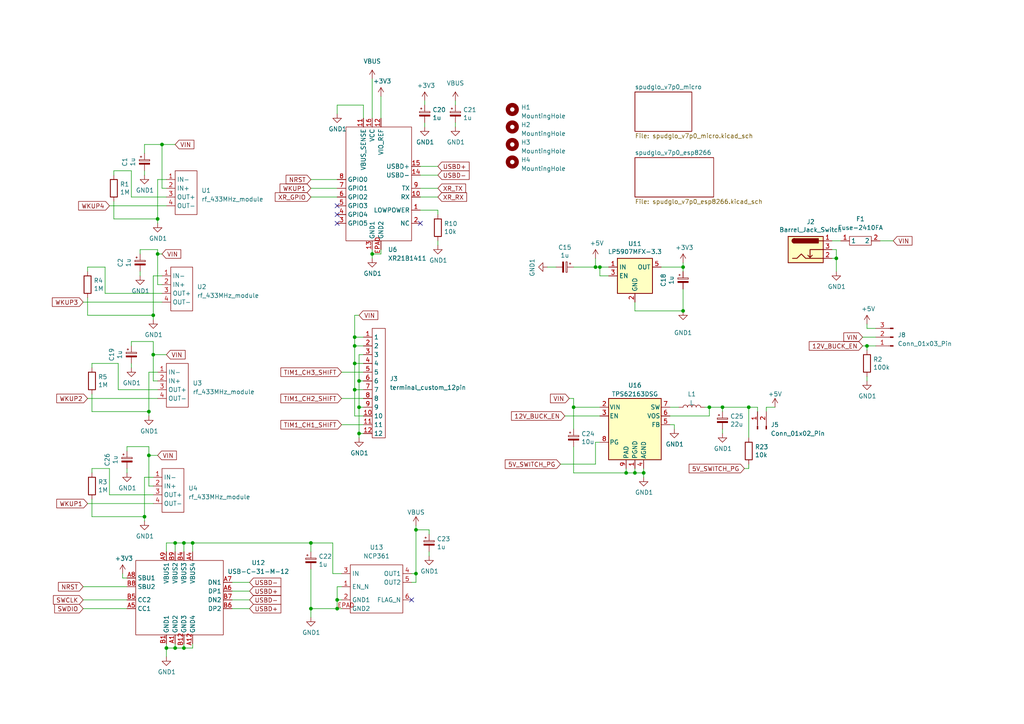
<source format=kicad_sch>
(kicad_sch (version 20231120) (generator "eeschema") (generator_version "8.0")
  (paper "A4")
  (lib_symbols
    (symbol "Connector:Barrel_Jack_Switch" (pin_names hide)
      (property "Reference" "J" (at 0 5.334 0))
      (property "Value" "Barrel_Jack_Switch" (at 0 -5.08 0))
      (symbol "Barrel_Jack_Switch_0_1"
        (rectangle (start -5.08 3.81) (end 5.08 -3.81) (stroke (width 0.254)) (fill (type background)))
        (arc (start -3.302 3.175) (mid -3.9343 2.54) (end -3.302 1.905) (stroke (width 0.254)))
        (arc (start -3.302 3.175) (mid -3.9343 2.54) (end -3.302 1.905) (stroke (width 0.254)) (fill (type outline)))
        (polyline (pts (xy 1.27 -2.286) (xy 1.905 -1.651)) (stroke (width 0.254)))
        (polyline (pts (xy 5.08 2.54) (xy 3.81 2.54)) (stroke (width 0.254)))
        (polyline (pts (xy 5.08 0) (xy 1.27 0) (xy 1.27 -2.286) (xy 0.635 -1.651)) (stroke (width 0.254)))
        (polyline (pts (xy -3.81 -2.54) (xy -2.54 -2.54) (xy -1.27 -1.27) (xy 0 -2.54) (xy 2.54 -2.54) (xy 5.08 -2.54)) (stroke (width 0.254)))
        (rectangle (start 3.683 3.175) (end -3.302 1.905) (stroke (width 0.254)) (fill (type outline)))
      )
      (symbol "Barrel_Jack_Switch_1_1"
        (pin passive line (at 7.62 2.54 180) (length 2.54) (name "~") (number "1"))
        (pin passive line (at 7.62 -2.54 180) (length 2.54) (name "~") (number "2"))
        (pin passive line (at 7.62 0 180) (length 2.54) (name "~") (number "3"))
      )
    )
    (symbol "Connector:Conn_01x02_Pin" (pin_names (offset 1.016) hide)
      (property "Reference" "J" (at 0 2.54 0))
      (property "Value" "Conn_01x02_Pin" (at 0 -5.08 0))
      (symbol "Conn_01x02_Pin_1_1"
        (polyline (pts (xy 1.27 -2.54) (xy 0.8636 -2.54)) (stroke (width 0.1524)))
        (polyline (pts (xy 1.27 0) (xy 0.8636 0)) (stroke (width 0.1524)))
        (rectangle (start 0.8636 -2.413) (end 0 -2.667) (stroke (width 0.1524)) (fill (type outline)))
        (rectangle (start 0.8636 0.127) (end 0 -0.127) (stroke (width 0.1524)) (fill (type outline)))
        (pin passive line (at 5.08 0 180) (length 3.81) (name "Pin_1") (number "1"))
        (pin passive line (at 5.08 -2.54 180) (length 3.81) (name "Pin_2") (number "2"))
      )
    )
    (symbol "Connector:Conn_01x03_Pin" (pin_names (offset 1.016) hide)
      (property "Reference" "J" (at 0 5.08 0))
      (property "Value" "Conn_01x03_Pin" (at 0 -5.08 0))
      (symbol "Conn_01x03_Pin_1_1"
        (polyline (pts (xy 1.27 -2.54) (xy 0.8636 -2.54)) (stroke (width 0.1524)))
        (polyline (pts (xy 1.27 0) (xy 0.8636 0)) (stroke (width 0.1524)))
        (polyline (pts (xy 1.27 2.54) (xy 0.8636 2.54)) (stroke (width 0.1524)))
        (rectangle (start 0.8636 -2.413) (end 0 -2.667) (stroke (width 0.1524)) (fill (type outline)))
        (rectangle (start 0.8636 0.127) (end 0 -0.127) (stroke (width 0.1524)) (fill (type outline)))
        (rectangle (start 0.8636 2.667) (end 0 2.413) (stroke (width 0.1524)) (fill (type outline)))
        (pin passive line (at 5.08 2.54 180) (length 3.81) (name "Pin_1") (number "1"))
        (pin passive line (at 5.08 0 180) (length 3.81) (name "Pin_2") (number "2"))
        (pin passive line (at 5.08 -2.54 180) (length 3.81) (name "Pin_3") (number "3"))
      )
    )
    (symbol "Device:L" (pin_numbers hide) (pin_names (offset 1.016) hide)
      (property "Reference" "L" (at -1.27 0 90))
      (property "Value" "L" (at 1.905 0 90))
      (symbol "L_0_1"
        (arc (start 0 -2.54) (mid 0.6323 -1.905) (end 0 -1.27))
        (arc (start 0 -1.27) (mid 0.6323 -0.635) (end 0 0))
        (arc (start 0 0) (mid 0.6323 0.635) (end 0 1.27))
        (arc (start 0 1.27) (mid 0.6323 1.905) (end 0 2.54))
      )
      (symbol "L_1_1"
        (pin passive line (at 0 3.81 270) (length 1.27) (name "1") (number "1"))
        (pin passive line (at 0 -3.81 90) (length 1.27) (name "2") (number "2"))
      )
    )
    (symbol "Device:R" (pin_numbers hide) (pin_names (offset 0))
      (property "Reference" "R" (at 2.032 0 90))
      (property "Value" "R" (at 0 0 90))
      (symbol "R_0_1"
        (rectangle (start -1.016 -2.54) (end 1.016 2.54) (stroke (width 0.254)))
      )
      (symbol "R_1_1"
        (pin passive line (at 0 3.81 270) (length 1.27) (name "~") (number "1"))
        (pin passive line (at 0 -3.81 90) (length 1.27) (name "~") (number "2"))
      )
    )
    (symbol "Mechanical:MountingHole" (pin_names (offset 1.016))
      (property "Reference" "H" (at 0 5.08 0))
      (property "Value" "MountingHole" (at 0 3.175 0))
      (symbol "MountingHole_0_1"
        (circle (center 0 0) (radius 1.27) (stroke (width 1.27)))
      )
    )
    (symbol "NCP361_1"
      (property "Reference" "U" (at 1.27 1.27 0))
      (property "Value" "NCP361_1" (at 12.7 -15.24 0))
      (symbol "NCP361_1_0_1"
        (rectangle (start 0 0) (end 15.24 -13.97))
      )
      (symbol "NCP361_1_1_1"
        (pin input line (at -2.54 -6.35 0) (length 2.54) (name "EN_N") (number "1"))
        (pin input line (at -2.54 -10.16 0) (length 2.54) (name "GND1") (number "2"))
        (pin input line (at -2.54 -2.54 0) (length 2.54) (name "IN") (number "3"))
        (pin input line (at 17.78 -2.54 180) (length 2.54) (name "OUT1") (number "4"))
        (pin input line (at 17.78 -5.08 180) (length 2.54) (name "OUT2") (number "5"))
        (pin input line (at 17.78 -10.16 180) (length 2.54) (name "FLAG_N") (number "6"))
        (pin input line (at -2.54 -12.7 0) (length 2.54) (name "GND2") (number "EPAD"))
      )
    )
    (symbol "Regulator_Linear:LP5907MFX-3.3"
      (property "Reference" "U" (at -3.81 6.35 0))
      (property "Value" "LP5907MFX-3.3" (at 6.35 6.35 0))
      (symbol "LP5907MFX-3.3_0_1"
        (rectangle (start -5.08 -5.08) (end 5.08 5.08) (stroke (width 0.254)) (fill (type background)))
        (pin power_in line (at -7.62 2.54 0) (length 2.54) (name "IN") (number "1"))
        (pin power_in line (at 0 -7.62 90) (length 2.54) (name "GND") (number "2"))
        (pin input line (at -7.62 0 0) (length 2.54) (name "EN") (number "3"))
        (pin no_connect line (at 5.08 0 180) (length 2.54) hide (name "NC") (number "4"))
        (pin power_out line (at 7.62 2.54 180) (length 2.54) (name "OUT") (number "5"))
      )
    )
    (symbol "Regulator_Switching:TPS62163DSG" (pin_names (offset 0.254))
      (property "Reference" "U" (at -7.62 11.43 0))
      (property "Value" "TPS62163DSG" (at -1.27 11.43 0))
      (symbol "TPS62163DSG_0_1"
        (rectangle (start -7.62 10.16) (end 7.62 -7.62) (stroke (width 0.254)) (fill (type background)))
      )
      (symbol "TPS62163DSG_1_1"
        (pin power_in line (at 0 -10.16 90) (length 2.54) (name "PGND") (number "1"))
        (pin power_in line (at -10.16 7.62 0) (length 2.54) (name "VIN") (number "2"))
        (pin input line (at -10.16 5.08 0) (length 2.54) (name "EN") (number "3"))
        (pin power_in line (at 2.54 -10.16 90) (length 2.54) (name "AGND") (number "4"))
        (pin input line (at 10.16 2.54 180) (length 2.54) (name "FB") (number "5"))
        (pin input line (at 10.16 5.08 180) (length 2.54) (name "VOS") (number "6"))
        (pin output line (at 10.16 7.62 180) (length 2.54) (name "SW") (number "7"))
        (pin open_collector line (at -10.16 -2.54 0) (length 2.54) (name "PG") (number "8"))
        (pin power_in line (at -2.54 -10.16 90) (length 2.54) (name "PAD") (number "9"))
      )
    )
    (symbol "XR21B1411_1"
      (property "Reference" "U" (at 1.27 1.27 0))
      (property "Value" "XR21B1411_1" (at 20.32 -34.29 0))
      (symbol "XR21B1411_1_0_1"
        (rectangle (start 0 0) (end 19.05 -33.02))
      )
      (symbol "XR21B1411_1_1_1"
        (pin input line (at 21.59 -24.13 180) (length 2.54) (name "LOWPOWER") (number "1"))
        (pin input line (at 21.59 -20.32 180) (length 2.54) (name "RX") (number "10"))
        (pin input line (at 5.08 2.54 270) (length 2.54) (name "VBUS_SENSE") (number "11"))
        (pin input line (at 10.16 2.54 270) (length 2.54) (name "VIO_REF") (number "12"))
        (pin input line (at 7.62 -35.56 90) (length 2.54) (name "GND1") (number "13"))
        (pin input line (at 21.59 -13.97 180) (length 2.54) (name "USBD-") (number "14"))
        (pin input line (at 21.59 -11.43 180) (length 2.54) (name "USBD+") (number "15"))
        (pin input line (at 7.62 2.54 270) (length 2.54) (name "VCC") (number "16"))
        (pin input line (at 21.59 -27.94 180) (length 2.54) (name "NC") (number "2"))
        (pin input line (at -2.54 -27.94 0) (length 2.54) (name "GPIO5") (number "3"))
        (pin input line (at -2.54 -25.4 0) (length 2.54) (name "GPIO4") (number "4"))
        (pin input line (at -2.54 -22.86 0) (length 2.54) (name "GPIO3") (number "5"))
        (pin input line (at -2.54 -20.32 0) (length 2.54) (name "GPIO2") (number "6"))
        (pin input line (at -2.54 -17.78 0) (length 2.54) (name "GPIO1") (number "7"))
        (pin input line (at -2.54 -15.24 0) (length 2.54) (name "GPIO0") (number "8"))
        (pin input line (at 21.59 -17.78 180) (length 2.54) (name "TX") (number "9"))
        (pin input line (at 10.16 -35.56 90) (length 2.54) (name "GND2") (number "EPAD"))
      )
    )
    (symbol "power:+5V" (power) (pin_names (offset 0))
      (property "Value" "+5V" (at 0 3.556 0))
      (symbol "+5V_0_1"
        (polyline (pts (xy -0.762 1.27) (xy 0 2.54)))
        (polyline (pts (xy 0 0) (xy 0 2.54)))
        (polyline (pts (xy 0 2.54) (xy 0.762 1.27)))
      )
      (symbol "+5V_1_1"
        (pin power_in line (at 0 0 90) (length 0) hide (name "+5V") (number "1"))
      )
    )
    (symbol "power:GND1" (power) (pin_names (offset 0))
      (property "Value" "GND1" (at 0 -3.81 0))
      (symbol "GND1_0_1"
        (polyline (pts (xy 0 0) (xy 0 -1.27) (xy 1.27 -1.27) (xy 0 -2.54) (xy -1.27 -1.27) (xy 0 -1.27)))
      )
      (symbol "GND1_1_1"
        (pin power_in line (at 0 0 270) (length 0) hide (name "GND1") (number "1"))
      )
    )
    (symbol "power:VBUS" (power) (pin_names (offset 0))
      (property "Value" "VBUS" (at 0 3.81 0))
      (symbol "VBUS_0_1"
        (polyline (pts (xy -0.762 1.27) (xy 0 2.54)))
        (polyline (pts (xy 0 0) (xy 0 2.54)))
        (polyline (pts (xy 0 2.54) (xy 0.762 1.27)))
      )
      (symbol "VBUS_1_1"
        (pin power_in line (at 0 0 90) (length 0) hide (name "VBUS") (number "1"))
      )
    )
    (symbol "spudglo_driver_v3p1-rescue:+3.3V-power" (power) (pin_names (offset 0))
      (property "Value" "+3.3V-power" (at 0 3.556 0))
      (symbol "+3.3V-power_0_1"
        (polyline (pts (xy -0.762 1.27) (xy 0 2.54)))
        (polyline (pts (xy 0 0) (xy 0 2.54)))
        (polyline (pts (xy 0 2.54) (xy 0.762 1.27)))
      )
      (symbol "+3.3V-power_1_1"
        (pin power_in line (at 0 0 90) (length 0) hide (name "+3V3") (number "1"))
      )
    )
    (symbol "spudglo_driver_v3p1-rescue:CP_Small-Device" (pin_numbers hide) (pin_names (offset 0.254) hide)
      (property "Reference" "C" (at 0.254 1.778 0))
      (property "Value" "CP_Small-Device" (at 0.254 -2.032 0))
      (symbol "CP_Small-Device_0_1"
        (rectangle (start -1.524 -0.3048) (end 1.524 -0.6858) (fill (type outline)))
        (rectangle (start -1.524 0.6858) (end 1.524 0.3048))
        (polyline (pts (xy -1.27 1.524) (xy -0.762 1.524)))
        (polyline (pts (xy -1.016 1.27) (xy -1.016 1.778)))
      )
      (symbol "CP_Small-Device_1_1"
        (pin passive line (at 0 2.54 270) (length 1.8542) (name "~") (number "1"))
        (pin passive line (at 0 -2.54 90) (length 1.8542) (name "~") (number "2"))
      )
    )
    (symbol "srw:rf_433MHz_module"
      (property "Reference" "U" (at -1.27 1.27 0))
      (property "Value" "rf_433MHz_module" (at 2.54 -13.97 0))
      (symbol "rf_433MHz_module_0_1"
        (rectangle (start 0 0) (end 6.35 -12.7))
      )
      (symbol "rf_433MHz_module_1_1"
        (pin input line (at -2.54 -2.54 0) (length 2.54) (name "IN-") (number "1"))
        (pin input line (at -2.54 -5.08 0) (length 2.54) (name "IN+") (number "2"))
        (pin input line (at -2.54 -7.62 0) (length 2.54) (name "OUT+") (number "3"))
        (pin input line (at -2.54 -10.16 0) (length 2.54) (name "OUT-") (number "4"))
      )
    )
    (symbol "srw_custom:Fuse-2410FA"
      (property "Reference" "F" (at 0 0 0))
      (property "Value" "Fuse-2410FA" (at 0 2.54 0))
      (symbol "Fuse-2410FA_0_1"
        (rectangle (start 0 -2.54) (end 6.35 -5.08))
      )
      (symbol "Fuse-2410FA_1_1"
        (pin input line (at -2.54 -3.81 0) (length 2.54) (name "1") (number "1"))
        (pin input line (at 8.89 -3.81 180) (length 2.54) (name "2") (number "2"))
      )
    )
    (symbol "srw_custom:USB-C-31-M-12"
      (property "Reference" "U" (at 0 1.27 0))
      (property "Value" "USB-C-31-M-12" (at 27.94 -24.13 0))
      (symbol "USB-C-31-M-12_0_1"
        (rectangle (start 0 0) (end 25.4 -21.59))
      )
      (symbol "USB-C-31-M-12_1_1"
        (pin input line (at 11.43 -24.13 90) (length 2.54) (name "GND2") (number "A1"))
        (pin input line (at 16.51 -24.13 90) (length 2.54) (name "GND4") (number "A12"))
        (pin input line (at 16.51 2.54 270) (length 2.54) (name "VBUS4") (number "A4"))
        (pin input line (at -2.54 -13.97 0) (length 2.54) (name "CC1") (number "A5"))
        (pin input line (at 27.94 -8.89 180) (length 2.54) (name "DP1") (number "A6"))
        (pin input line (at 27.94 -6.35 180) (length 2.54) (name "DN1") (number "A7"))
        (pin input line (at -2.54 -5.08 0) (length 2.54) (name "SBU1") (number "A8"))
        (pin input line (at 8.89 2.54 270) (length 2.54) (name "VBUS1") (number "A9"))
        (pin input line (at 8.89 -24.13 90) (length 2.54) (name "GND1") (number "B1"))
        (pin input line (at 13.97 -24.13 90) (length 2.54) (name "GND3") (number "B12"))
        (pin input line (at 13.97 2.54 270) (length 2.54) (name "VBUS3") (number "B4"))
        (pin input line (at -2.54 -11.43 0) (length 2.54) (name "CC2") (number "B5"))
        (pin input line (at 27.94 -13.97 180) (length 2.54) (name "DP2") (number "B6"))
        (pin input line (at 27.94 -11.43 180) (length 2.54) (name "DN2") (number "B7"))
        (pin input line (at -2.54 -7.62 0) (length 2.54) (name "SBU2") (number "B8"))
        (pin input line (at 11.43 2.54 270) (length 2.54) (name "VBUS2") (number "B9"))
      )
    )
    (symbol "srw_custom:terminal_custom_12pin"
      (property "Reference" "J" (at 0 -1.27 0))
      (property "Value" "terminal_custom_12pin" (at 0 1.27 0))
      (symbol "terminal_custom_12pin_0_1"
        (rectangle (start 0 -2.54) (end 3.81 -34.29))
      )
      (symbol "terminal_custom_12pin_1_1"
        (pin input line (at -2.54 -5.08 0) (length 2.54) (name "1") (number "1"))
        (pin input line (at -2.54 -27.94 0) (length 2.54) (name "10") (number "10"))
        (pin input line (at -2.54 -30.48 0) (length 2.54) (name "11") (number "11"))
        (pin input line (at -2.54 -33.02 0) (length 2.54) (name "12") (number "12"))
        (pin input line (at -2.54 -7.62 0) (length 2.54) (name "2") (number "2"))
        (pin input line (at -2.54 -10.16 0) (length 2.54) (name "3") (number "3"))
        (pin input line (at -2.54 -12.7 0) (length 2.54) (name "4") (number "4"))
        (pin input line (at -2.54 -15.24 0) (length 2.54) (name "5") (number "5"))
        (pin input line (at -2.54 -17.78 0) (length 2.54) (name "6") (number "6"))
        (pin input line (at -2.54 -20.32 0) (length 2.54) (name "7") (number "7"))
        (pin input line (at -2.54 -22.86 0) (length 2.54) (name "8") (number "8"))
        (pin input line (at -2.54 -25.4 0) (length 2.54) (name "9") (number "9"))
      )
    )
  )
  (junction (at 50.8 157.48))
  (junction (at 43.18 119.38))
  (junction (at 55.88 157.48))
  (junction (at 186.69 137.16))
  (junction (at 90.17 157.48))
  (junction (at 102.87 97.79))
  (junction (at 44.45 102.87))
  (junction (at 104.14 118.11))
  (junction (at 46.99 41.91))
  (junction (at 45.72 73.66))
  (junction (at 102.87 100.33))
  (junction (at 184.15 137.16))
  (junction (at 53.34 157.48))
  (junction (at 205.74 118.11))
  (junction (at 198.12 77.47))
  (junction (at 242.57 74.93))
  (junction (at 173.99 77.47))
  (junction (at 104.14 110.49))
  (junction (at 120.65 166.37))
  (junction (at 53.34 187.96))
  (junction (at 104.14 125.73))
  (junction (at 90.17 176.53))
  (junction (at 107.95 73.66))
  (junction (at 102.87 105.41))
  (junction (at 166.37 118.11))
  (junction (at 41.91 149.86))
  (junction (at 44.45 91.44))
  (junction (at 102.87 113.03))
  (junction (at 251.46 100.33))
  (junction (at 97.79 176.53))
  (junction (at 45.72 63.5))
  (junction (at 50.8 187.96))
  (junction (at 97.79 173.99))
  (junction (at 217.17 118.11))
  (junction (at 181.61 137.16))
  (junction (at 43.18 132.08))
  (junction (at 48.26 187.96))
  (junction (at 120.65 153.67))
  (junction (at 198.12 90.17))
  (junction (at 209.55 118.11))
  (junction (at 172.72 77.47))
  (no_connect (at 97.79 62.23))
  (no_connect (at 121.92 64.77))
  (no_connect (at 119.38 173.99))
  (no_connect (at 97.79 64.77))
  (no_connect (at 97.79 59.69))
  (wire (pts (xy 127 60.96) (xy 121.92 60.96)))
  (wire (pts (xy 26.67 149.86) (xy 41.91 149.86)))
  (wire (pts (xy 105.41 30.48) (xy 105.41 34.29)))
  (wire (pts (xy 219.71 118.11) (xy 217.17 118.11)))
  (wire (pts (xy 222.25 118.11) (xy 222.25 119.38)))
  (wire (pts (xy 48.26 52.07) (xy 45.72 52.07)))
  (wire (pts (xy 176.53 80.01) (xy 173.99 80.01)))
  (wire (pts (xy 219.71 119.38) (xy 219.71 118.11)))
  (wire (pts (xy 104.14 125.73) (xy 105.41 125.73)))
  (wire (pts (xy 194.31 120.65) (xy 205.74 120.65)))
  (wire (pts (xy 48.26 102.87) (xy 44.45 102.87)))
  (wire (pts (xy 184.15 135.89) (xy 184.15 137.16)))
  (wire (pts (xy 198.12 77.47) (xy 191.77 77.47)))
  (wire (pts (xy 242.57 72.39) (xy 241.3 72.39)))
  (wire (pts (xy 158.75 77.47) (xy 161.29 77.47)))
  (wire (pts (xy 102.87 105.41) (xy 105.41 105.41)))
  (wire (pts (xy 251.46 100.33) (xy 254 100.33)))
  (wire (pts (xy 184.15 90.17) (xy 198.12 90.17)))
  (wire (pts (xy 99.06 115.57) (xy 105.41 115.57)))
  (wire (pts (xy 242.57 74.93) (xy 242.57 78.74)))
  (wire (pts (xy 241.3 69.85) (xy 243.84 69.85)))
  (wire (pts (xy 102.87 100.33) (xy 105.41 100.33)))
  (wire (pts (xy 172.72 128.27) (xy 173.99 128.27)))
  (wire (pts (xy 90.17 157.48) (xy 90.17 160.02)))
  (wire (pts (xy 250.19 100.33) (xy 251.46 100.33)))
  (wire (pts (xy 124.46 160.02) (xy 124.46 161.29)))
  (wire (pts (xy 176.53 77.47) (xy 173.99 77.47)))
  (wire (pts (xy 41.91 49.53) (xy 41.91 50.8)))
  (wire (pts (xy 102.87 91.44) (xy 104.14 91.44)))
  (wire (pts (xy 172.72 134.62) (xy 172.72 128.27)))
  (wire (pts (xy 24.13 87.63) (xy 46.99 87.63)))
  (wire (pts (xy 26.67 135.89) (xy 26.67 137.16)))
  (wire (pts (xy 46.99 80.01) (xy 44.45 80.01)))
  (wire (pts (xy 127 62.23) (xy 127 60.96)))
  (wire (pts (xy 97.79 33.02) (xy 97.79 30.48)))
  (wire (pts (xy 24.13 176.53) (xy 36.83 176.53)))
  (wire (pts (xy 90.17 176.53) (xy 90.17 179.07)))
  (wire (pts (xy 53.34 157.48) (xy 55.88 157.48)))
  (wire (pts (xy 104.14 118.11) (xy 104.14 125.73)))
  (wire (pts (xy 224.79 118.11) (xy 222.25 118.11)))
  (wire (pts (xy 166.37 129.54) (xy 166.37 137.16)))
  (wire (pts (xy 90.17 176.53) (xy 97.79 176.53)))
  (wire (pts (xy 48.26 57.15) (xy 38.1 57.15)))
  (wire (pts (xy 41.91 44.45) (xy 41.91 41.91)))
  (wire (pts (xy 166.37 118.11) (xy 173.99 118.11)))
  (wire (pts (xy 215.9 135.89) (xy 217.17 135.89)))
  (wire (pts (xy 34.29 113.03) (xy 34.29 105.41)))
  (wire (pts (xy 217.17 118.11) (xy 209.55 118.11)))
  (wire (pts (xy 102.87 105.41) (xy 102.87 113.03)))
  (wire (pts (xy 43.18 132.08) (xy 45.72 132.08)))
  (wire (pts (xy 36.83 130.81) (xy 36.83 129.54)))
  (wire (pts (xy 242.57 74.93) (xy 242.57 72.39)))
  (wire (pts (xy 184.15 87.63) (xy 184.15 90.17)))
  (wire (pts (xy 105.41 102.87) (xy 104.14 102.87)))
  (wire (pts (xy 44.45 143.51) (xy 31.75 143.51)))
  (wire (pts (xy 44.45 91.44) (xy 44.45 92.71)))
  (wire (pts (xy 97.79 176.53) (xy 99.06 176.53)))
  (wire (pts (xy 67.31 168.91) (xy 72.39 168.91)))
  (wire (pts (xy 36.83 135.89) (xy 36.83 137.16)))
  (wire (pts (xy 38.1 57.15) (xy 38.1 49.53)))
  (wire (pts (xy 194.31 118.11) (xy 196.85 118.11)))
  (wire (pts (xy 48.26 54.61) (xy 46.99 54.61)))
  (wire (pts (xy 26.67 105.41) (xy 26.67 106.68)))
  (wire (pts (xy 48.26 157.48) (xy 48.26 160.02)))
  (wire (pts (xy 205.74 120.65) (xy 205.74 118.11)))
  (wire (pts (xy 53.34 186.69) (xy 53.34 187.96)))
  (wire (pts (xy 107.95 73.66) (xy 110.49 73.66)))
  (wire (pts (xy 127 69.85) (xy 127 71.12)))
  (wire (pts (xy 36.83 129.54) (xy 43.18 129.54)))
  (wire (pts (xy 31.75 143.51) (xy 31.75 135.89)))
  (wire (pts (xy 45.72 107.95) (xy 43.18 107.95)))
  (wire (pts (xy 198.12 83.82) (xy 198.12 90.17)))
  (wire (pts (xy 132.08 29.21) (xy 132.08 30.48)))
  (wire (pts (xy 107.95 72.39) (xy 107.95 73.66)))
  (wire (pts (xy 172.72 77.47) (xy 166.37 77.47)))
  (wire (pts (xy 173.99 77.47) (xy 172.72 77.47)))
  (wire (pts (xy 97.79 176.53) (xy 97.79 173.99)))
  (wire (pts (xy 45.72 113.03) (xy 34.29 113.03)))
  (wire (pts (xy 198.12 77.47) (xy 198.12 76.2)))
  (wire (pts (xy 43.18 132.08) (xy 43.18 140.97)))
  (wire (pts (xy 31.75 59.69) (xy 48.26 59.69)))
  (wire (pts (xy 184.15 137.16) (xy 186.69 137.16)))
  (wire (pts (xy 67.31 173.99) (xy 72.39 173.99)))
  (wire (pts (xy 251.46 109.22) (xy 251.46 110.49)))
  (wire (pts (xy 121.92 54.61) (xy 127 54.61)))
  (wire (pts (xy 163.83 120.65) (xy 173.99 120.65)))
  (wire (pts (xy 124.46 154.94) (xy 124.46 153.67)))
  (wire (pts (xy 173.99 80.01) (xy 173.99 77.47)))
  (wire (pts (xy 107.95 73.66) (xy 107.95 74.93)))
  (wire (pts (xy 25.4 91.44) (xy 44.45 91.44)))
  (wire (pts (xy 33.02 58.42) (xy 33.02 63.5)))
  (wire (pts (xy 110.49 27.94) (xy 110.49 34.29)))
  (wire (pts (xy 41.91 41.91) (xy 46.99 41.91)))
  (wire (pts (xy 96.52 157.48) (xy 96.52 166.37)))
  (wire (pts (xy 48.26 157.48) (xy 50.8 157.48)))
  (wire (pts (xy 166.37 137.16) (xy 181.61 137.16)))
  (wire (pts (xy 90.17 54.61) (xy 97.79 54.61)))
  (wire (pts (xy 99.06 107.95) (xy 105.41 107.95)))
  (wire (pts (xy 209.55 119.38) (xy 209.55 118.11)))
  (wire (pts (xy 33.02 63.5) (xy 45.72 63.5)))
  (wire (pts (xy 50.8 186.69) (xy 50.8 187.96)))
  (wire (pts (xy 120.65 153.67) (xy 120.65 166.37)))
  (wire (pts (xy 255.27 69.85) (xy 259.08 69.85)))
  (wire (pts (xy 97.79 30.48) (xy 105.41 30.48)))
  (wire (pts (xy 120.65 152.4) (xy 120.65 153.67)))
  (wire (pts (xy 104.14 118.11) (xy 104.14 110.49)))
  (wire (pts (xy 251.46 100.33) (xy 251.46 101.6)))
  (wire (pts (xy 53.34 187.96) (xy 55.88 187.96)))
  (wire (pts (xy 123.19 29.21) (xy 123.19 30.48)))
  (wire (pts (xy 99.06 170.18) (xy 97.79 170.18)))
  (wire (pts (xy 45.72 73.66) (xy 45.72 82.55)))
  (wire (pts (xy 53.34 160.02) (xy 53.34 157.48)))
  (wire (pts (xy 45.72 110.49) (xy 44.45 110.49)))
  (wire (pts (xy 25.4 86.36) (xy 25.4 91.44)))
  (wire (pts (xy 26.67 144.78) (xy 26.67 149.86)))
  (wire (pts (xy 90.17 165.1) (xy 90.17 176.53)))
  (wire (pts (xy 48.26 187.96) (xy 48.26 190.5)))
  (wire (pts (xy 40.64 78.74) (xy 40.64 80.01)))
  (wire (pts (xy 33.02 49.53) (xy 33.02 50.8)))
  (wire (pts (xy 67.31 171.45) (xy 72.39 171.45)))
  (wire (pts (xy 181.61 135.89) (xy 181.61 137.16)))
  (wire (pts (xy 30.48 85.09) (xy 30.48 77.47)))
  (wire (pts (xy 67.31 176.53) (xy 72.39 176.53)))
  (wire (pts (xy 43.18 107.95) (xy 43.18 119.38)))
  (wire (pts (xy 30.48 77.47) (xy 25.4 77.47)))
  (wire (pts (xy 166.37 118.11) (xy 166.37 124.46)))
  (wire (pts (xy 50.8 157.48) (xy 53.34 157.48)))
  (wire (pts (xy 24.13 170.18) (xy 36.83 170.18)))
  (wire (pts (xy 43.18 119.38) (xy 43.18 120.65)))
  (wire (pts (xy 44.45 99.06) (xy 44.45 102.87)))
  (wire (pts (xy 205.74 118.11) (xy 204.47 118.11)))
  (wire (pts (xy 45.72 52.07) (xy 45.72 63.5)))
  (wire (pts (xy 55.88 157.48) (xy 90.17 157.48)))
  (wire (pts (xy 38.1 105.41) (xy 38.1 106.68)))
  (wire (pts (xy 46.99 82.55) (xy 45.72 82.55)))
  (wire (pts (xy 50.8 160.02) (xy 50.8 157.48)))
  (wire (pts (xy 195.58 124.46) (xy 195.58 123.19)))
  (wire (pts (xy 123.19 35.56) (xy 123.19 36.83)))
  (wire (pts (xy 162.56 134.62) (xy 172.72 134.62)))
  (wire (pts (xy 90.17 57.15) (xy 97.79 57.15)))
  (wire (pts (xy 172.72 74.93) (xy 172.72 77.47)))
  (wire (pts (xy 90.17 157.48) (xy 96.52 157.48)))
  (wire (pts (xy 44.45 138.43) (xy 41.91 138.43)))
  (wire (pts (xy 186.69 137.16) (xy 186.69 138.43)))
  (wire (pts (xy 99.06 123.19) (xy 105.41 123.19)))
  (wire (pts (xy 25.4 146.05) (xy 44.45 146.05)))
  (wire (pts (xy 120.65 168.91) (xy 119.38 168.91)))
  (wire (pts (xy 40.64 72.39) (xy 45.72 72.39)))
  (wire (pts (xy 181.61 137.16) (xy 184.15 137.16)))
  (wire (pts (xy 102.87 105.41) (xy 102.87 100.33)))
  (wire (pts (xy 166.37 115.57) (xy 165.1 115.57)))
  (wire (pts (xy 198.12 78.74) (xy 198.12 77.47)))
  (wire (pts (xy 241.3 74.93) (xy 242.57 74.93)))
  (wire (pts (xy 209.55 118.11) (xy 205.74 118.11)))
  (wire (pts (xy 104.14 110.49) (xy 105.41 110.49)))
  (wire (pts (xy 38.1 100.33) (xy 38.1 99.06)))
  (wire (pts (xy 35.56 167.64) (xy 35.56 166.37)))
  (wire (pts (xy 40.64 73.66) (xy 40.64 72.39)))
  (wire (pts (xy 46.99 41.91) (xy 50.8 41.91)))
  (wire (pts (xy 34.29 105.41) (xy 26.67 105.41)))
  (wire (pts (xy 107.95 22.86) (xy 107.95 34.29)))
  (wire (pts (xy 38.1 99.06) (xy 44.45 99.06)))
  (wire (pts (xy 99.06 173.99) (xy 97.79 173.99)))
  (wire (pts (xy 25.4 77.47) (xy 25.4 78.74)))
  (wire (pts (xy 36.83 167.64) (xy 35.56 167.64)))
  (wire (pts (xy 217.17 118.11) (xy 217.17 127)))
  (wire (pts (xy 119.38 166.37) (xy 120.65 166.37)))
  (wire (pts (xy 104.14 127) (xy 104.14 125.73)))
  (wire (pts (xy 43.18 129.54) (xy 43.18 132.08)))
  (wire (pts (xy 102.87 100.33) (xy 102.87 97.79)))
  (wire (pts (xy 46.99 41.91) (xy 46.99 54.61)))
  (wire (pts (xy 26.67 119.38) (xy 43.18 119.38)))
  (wire (pts (xy 102.87 113.03) (xy 105.41 113.03)))
  (wire (pts (xy 25.4 115.57) (xy 45.72 115.57)))
  (wire (pts (xy 44.45 102.87) (xy 44.45 110.49)))
  (wire (pts (xy 209.55 124.46) (xy 209.55 125.73)))
  (wire (pts (xy 104.14 118.11) (xy 105.41 118.11)))
  (wire (pts (xy 24.13 173.99) (xy 36.83 173.99)))
  (wire (pts (xy 46.99 85.09) (xy 30.48 85.09)))
  (wire (pts (xy 96.52 166.37) (xy 99.06 166.37)))
  (wire (pts (xy 132.08 35.56) (xy 132.08 36.83)))
  (wire (pts (xy 121.92 50.8) (xy 127 50.8)))
  (wire (pts (xy 41.91 138.43) (xy 41.91 149.86)))
  (wire (pts (xy 55.88 160.02) (xy 55.88 157.48)))
  (wire (pts (xy 48.26 187.96) (xy 50.8 187.96)))
  (wire (pts (xy 90.17 52.07) (xy 97.79 52.07)))
  (wire (pts (xy 26.67 119.38) (xy 26.67 114.3)))
  (wire (pts (xy 102.87 97.79) (xy 105.41 97.79)))
  (wire (pts (xy 104.14 102.87) (xy 104.14 110.49)))
  (wire (pts (xy 102.87 91.44) (xy 102.87 97.79)))
  (wire (pts (xy 251.46 95.25) (xy 251.46 93.98)))
  (wire (pts (xy 31.75 135.89) (xy 26.67 135.89)))
  (wire (pts (xy 38.1 49.53) (xy 33.02 49.53)))
  (wire (pts (xy 44.45 80.01) (xy 44.45 91.44)))
  (wire (pts (xy 124.46 153.67) (xy 120.65 153.67)))
  (wire (pts (xy 121.92 48.26) (xy 127 48.26)))
  (wire (pts (xy 48.26 186.69) (xy 48.26 187.96)))
  (wire (pts (xy 41.91 149.86) (xy 41.91 151.13)))
  (wire (pts (xy 55.88 186.69) (xy 55.88 187.96)))
  (wire (pts (xy 195.58 123.19) (xy 194.31 123.19)))
  (wire (pts (xy 217.17 135.89) (xy 217.17 134.62)))
  (wire (pts (xy 186.69 135.89) (xy 186.69 137.16)))
  (wire (pts (xy 110.49 73.66) (xy 110.49 72.39)))
  (wire (pts (xy 97.79 170.18) (xy 97.79 173.99)))
  (wire (pts (xy 102.87 120.65) (xy 102.87 113.03)))
  (wire (pts (xy 44.45 140.97) (xy 43.18 140.97)))
  (wire (pts (xy 50.8 187.96) (xy 53.34 187.96)))
  (wire (pts (xy 45.72 63.5) (xy 45.72 64.77)))
  (wire (pts (xy 166.37 115.57) (xy 166.37 118.11)))
  (wire (pts (xy 105.41 120.65) (xy 102.87 120.65)))
  (wire (pts (xy 45.72 73.66) (xy 46.99 73.66)))
  (wire (pts (xy 250.19 97.79) (xy 254 97.79)))
  (wire (pts (xy 254 95.25) (xy 251.46 95.25)))
  (wire (pts (xy 121.92 57.15) (xy 127 57.15)))
  (wire (pts (xy 45.72 72.39) (xy 45.72 73.66)))
  (wire (pts (xy 120.65 166.37) (xy 120.65 168.91)))
  (global_label "WKUP3" (shape input) (at 24.13 87.63 180) (property "Intersheetrefs" "${INTERSHEET_REFS}" (effects (hide yes))))
  (global_label "XR_GPIO" (shape input) (at 90.17 57.15 180) (property "Intersheetrefs" "${INTERSHEET_REFS}" (effects (hide yes))))
  (global_label "USBD-" (shape input) (at 72.39 168.91 0) (property "Intersheetrefs" "${INTERSHEET_REFS}" (effects (hide yes))))
  (global_label "XR_TX" (shape input) (at 127 54.61 0) (property "Intersheetrefs" "${INTERSHEET_REFS}" (effects (hide yes))))
  (global_label "USBD+" (shape input) (at 72.39 171.45 0) (property "Intersheetrefs" "${INTERSHEET_REFS}" (effects (hide yes))))
  (global_label "USBD+" (shape input) (at 72.39 176.53 0) (property "Intersheetrefs" "${INTERSHEET_REFS}" (effects (hide yes))))
  (global_label "VIN" (shape input) (at 48.26 102.87 0) (property "Intersheetrefs" "${INTERSHEET_REFS}" (effects (hide yes))))
  (global_label "SWDIO" (shape input) (at 24.13 176.53 180) (property "Intersheetrefs" "${INTERSHEET_REFS}" (effects (hide yes))))
  (global_label "5V_SWITCH_PG" (shape input) (at 215.9 135.89 180) (property "Intersheetrefs" "${INTERSHEET_REFS}" (effects (hide yes))))
  (global_label "VIN" (shape input) (at 259.08 69.85 0) (property "Intersheetrefs" "${INTERSHEET_REFS}" (effects (hide yes))))
  (global_label "TIM1_CH2_SHIFT" (shape input) (at 99.06 115.57 180) (property "Intersheetrefs" "${INTERSHEET_REFS}" (effects (hide yes))))
  (global_label "WKUP2" (shape input) (at 25.4 115.57 180) (property "Intersheetrefs" "${INTERSHEET_REFS}" (effects (hide yes))))
  (global_label "NRST" (shape input) (at 24.13 170.18 180) (property "Intersheetrefs" "${INTERSHEET_REFS}" (effects (hide yes))))
  (global_label "VIN" (shape input) (at 46.99 73.66 0) (property "Intersheetrefs" "${INTERSHEET_REFS}" (effects (hide yes))))
  (global_label "USBD+" (shape input) (at 127 48.26 0) (property "Intersheetrefs" "${INTERSHEET_REFS}" (effects (hide yes))))
  (global_label "WKUP1" (shape input) (at 90.17 54.61 180) (property "Intersheetrefs" "${INTERSHEET_REFS}" (effects (hide yes))))
  (global_label "12V_BUCK_EN" (shape input) (at 250.19 100.33 180) (property "Intersheetrefs" "${INTERSHEET_REFS}" (effects (hide yes))))
  (global_label "5V_SWITCH_PG" (shape input) (at 162.56 134.62 180) (property "Intersheetrefs" "${INTERSHEET_REFS}" (effects (hide yes))))
  (global_label "XR_RX" (shape input) (at 127 57.15 0) (property "Intersheetrefs" "${INTERSHEET_REFS}" (effects (hide yes))))
  (global_label "WKUP1" (shape input) (at 25.4 146.05 180) (property "Intersheetrefs" "${INTERSHEET_REFS}" (effects (hide yes))))
  (global_label "12V_BUCK_EN" (shape input) (at 163.83 120.65 180) (property "Intersheetrefs" "${INTERSHEET_REFS}" (effects (hide yes))))
  (global_label "TIM1_CH3_SHIFT" (shape input) (at 99.06 107.95 180) (property "Intersheetrefs" "${INTERSHEET_REFS}" (effects (hide yes))))
  (global_label "VIN" (shape input) (at 250.19 97.79 180) (property "Intersheetrefs" "${INTERSHEET_REFS}" (effects (hide yes))))
  (global_label "USBD-" (shape input) (at 127 50.8 0) (property "Intersheetrefs" "${INTERSHEET_REFS}" (effects (hide yes))))
  (global_label "VIN" (shape input) (at 50.8 41.91 0) (property "Intersheetrefs" "${INTERSHEET_REFS}" (effects (hide yes))))
  (global_label "TIM1_CH1_SHIFT" (shape input) (at 99.06 123.19 180) (property "Intersheetrefs" "${INTERSHEET_REFS}" (effects (hide yes))))
  (global_label "VIN" (shape input) (at 45.72 132.08 0) (property "Intersheetrefs" "${INTERSHEET_REFS}" (effects (hide yes))))
  (global_label "USBD-" (shape input) (at 72.39 173.99 0) (property "Intersheetrefs" "${INTERSHEET_REFS}" (effects (hide yes))))
  (global_label "WKUP4" (shape input) (at 31.75 59.69 180) (property "Intersheetrefs" "${INTERSHEET_REFS}" (effects (hide yes))))
  (global_label "VIN" (shape input) (at 165.1 115.57 180) (property "Intersheetrefs" "${INTERSHEET_REFS}" (effects (hide yes))))
  (global_label "SWCLK" (shape input) (at 24.13 173.99 180) (property "Intersheetrefs" "${INTERSHEET_REFS}" (effects (hide yes))))
  (global_label "NRST" (shape input) (at 90.17 52.07 180) (property "Intersheetrefs" "${INTERSHEET_REFS}" (effects (hide yes))))
  (global_label "VIN" (shape input) (at 104.14 91.44 0) (property "Intersheetrefs" "${INTERSHEET_REFS}" (effects (hide yes))))
  (symbol (lib_id "power:GND1") (at 104.14 127 0) (unit 1)
    (property "Reference" "#PWR02" (effects (hide yes)))
    (property "Value" "GND1" (at 104.267 131.3942 0))
  )
  (symbol (lib_id "spudglo_driver_v3p1-rescue:CP_Small-Device") (at 124.46 157.48 0) (unit 1)
    (property "Reference" "C23" (at 126.6952 156.3116 0) (effects (justify left)))
    (property "Value" "1u" (at 126.6952 158.623 0) (effects (justify left)))
    (property "Footprint" "Capacitor_SMD:C_0603_1608Metric_Pad1.08x0.95mm_HandSolder" (effects (hide yes)))
  )
  (symbol (lib_id "srw:rf_433MHz_module") (at 49.53 77.47 0) (unit 1)
    (property "Reference" "U2" (at 57.15 83.185 0) (effects (justify left)))
    (property "Value" "rf_433MHz_module" (at 57.15 85.725 0) (effects (justify left)))
    (property "Footprint" "srw_cuustom:433MHz_receiver" (effects (hide yes)))
  )
  (symbol (lib_id "Device:R") (at 217.17 130.81 0) (unit 1)
    (property "Reference" "R23" (at 218.948 129.6416 0) (effects (justify left)))
    (property "Value" "10k" (at 218.948 131.953 0) (effects (justify left)))
    (property "Footprint" "Resistor_SMD:R_0603_1608Metric_Pad0.98x0.95mm_HandSolder" (effects (hide yes)))
  )
  (symbol (lib_id "power:GND1") (at 127 71.12 0) (unit 1)
    (property "Reference" "#PWR013" (effects (hide yes)))
    (property "Value" "GND1" (at 127.127 75.5142 0))
  )
  (symbol (lib_id "srw_custom:Fuse-2410FA") (at 246.38 66.04 0) (unit 1)
    (property "Reference" "F1" (at 249.555 63.5 0))
    (property "Value" "Fuse-2410FA" (at 249.555 66.04 0))
    (property "Footprint" "srw_custom:2410FA" (effects (hide yes)))
  )
  (symbol (lib_id "spudglo_driver_v3p1-rescue:CP_Small-Device") (at 209.55 121.92 0) (unit 1)
    (property "Reference" "C25" (at 211.7852 120.7516 0) (effects (justify left)))
    (property "Value" "22u" (at 211.7852 123.063 0) (effects (justify left)))
    (property "Footprint" "Capacitor_SMD:C_0603_1608Metric_Pad1.08x0.95mm_HandSolder" (effects (hide yes)))
  )
  (symbol (lib_id "power:GND1") (at 242.57 78.74 0) (unit 1)
    (property "Reference" "#PWR019" (effects (hide yes)))
    (property "Value" "GND1" (at 242.697 83.1342 0))
  )
  (symbol (lib_id "power:GND1") (at 124.46 161.29 0) (unit 1)
    (property "Reference" "#PWR018" (effects (hide yes)))
    (property "Value" "GND1" (at 124.587 165.6842 0))
  )
  (symbol (lib_id "power:GND1") (at 198.12 90.17 0) (unit 1)
    (property "Reference" "#PWR024" (effects (hide yes)))
    (property "Value" "GND1" (at 198.12 96.52 0))
  )
  (symbol (lib_id "power:GND1") (at 41.91 151.13 0) (unit 1)
    (property "Reference" "#PWR0113" (effects (hide yes)))
    (property "Value" "GND1" (at 42.037 155.5242 0))
  )
  (symbol (lib_id "Regulator_Switching:TPS62163DSG") (at 184.15 125.73 0) (unit 1)
    (property "Reference" "U16" (at 184.15 111.76 0))
    (property "Value" "TPS62163DSG" (at 184.15 114.3 0))
    (property "Footprint" "Package_SON:WSON-8-1EP_2x2mm_P0.5mm_EP0.9x1.6mm_ThermalVias" (effects (hide yes)))
    (property "Datasheet" "http://www.ti.com/lit/ds/symlink/tps62160.pdf" (effects (hide yes)))
  )
  (symbol (lib_id "power:GND1") (at 41.91 50.8 0) (unit 1)
    (property "Reference" "#PWR020" (effects (hide yes)))
    (property "Value" "GND1" (at 42.037 55.1942 0))
  )
  (symbol (lib_id "Connector:Conn_01x03_Pin") (at 259.08 97.79 180) (unit 1)
    (property "Reference" "J8" (at 260.35 97.155 0) (effects (justify right)))
    (property "Value" "Conn_01x03_Pin" (at 260.35 99.695 0) (effects (justify right)))
    (property "Footprint" "Connector_PinHeader_2.54mm:PinHeader_1x03_P2.54mm_Vertical" (effects (hide yes)))
  )
  (symbol (lib_id "spudglo_driver_v3p1-rescue:CP_Small-Device") (at 166.37 127 0) (unit 1)
    (property "Reference" "C24" (at 168.6052 125.8316 0) (effects (justify left)))
    (property "Value" "10u" (at 168.6052 128.143 0) (effects (justify left)))
    (property "Footprint" "Capacitor_SMD:C_0603_1608Metric_Pad1.08x0.95mm_HandSolder" (effects (hide yes)))
  )
  (symbol (lib_id "spudglo_driver_v3p1-rescue:CP_Small-Device") (at 38.1 102.87 0) (unit 1)
    (property "Reference" "C19" (at 32.385 102.87 90))
    (property "Value" "1u" (at 34.6964 102.87 90))
    (property "Footprint" "Capacitor_SMD:C_0603_1608Metric_Pad1.08x0.95mm_HandSolder" (effects (hide yes)))
  )
  (symbol (lib_id "srw_custom:USB-C-31-M-12") (at 39.37 162.56 0) (unit 1)
    (property "Reference" "U12" (at 74.93 163.2203 0))
    (property "Value" "USB-C-31-M-12" (at 74.93 165.7603 0))
    (property "Footprint" "Connector_USB:USB_C_Receptacle_HRO_TYPE-C-31-M-12" (effects (hide yes)))
  )
  (symbol (lib_name "NCP361_1") (lib_id "srw_custom:NCP361") (at 101.6 163.83 0) (unit 1)
    (property "Reference" "U13" (at 109.22 158.75 0))
    (property "Value" "NCP361" (at 109.22 161.29 0))
    (property "Footprint" "srw_cuustom:NCP361" (effects (hide yes)))
  )
  (symbol (lib_id "power:GND1") (at 36.83 137.16 0) (unit 1)
    (property "Reference" "#PWR027" (effects (hide yes)))
    (property "Value" "GND1" (at 36.957 141.5542 0))
  )
  (symbol (lib_id "power:GND1") (at 40.64 80.01 0) (unit 1)
    (property "Reference" "#PWR025" (effects (hide yes)))
    (property "Value" "GND1" (at 40.767 84.4042 0))
  )
  (symbol (lib_id "power:GND1") (at 251.46 110.49 0) (unit 1)
    (property "Reference" "#PWR030" (effects (hide yes)))
    (property "Value" "GND1" (at 251.587 114.8842 0))
  )
  (symbol (lib_id "spudglo_driver_v3p1-rescue:CP_Small-Device") (at 90.17 162.56 0) (unit 1)
    (property "Reference" "C22" (at 92.4052 161.3916 0) (effects (justify left)))
    (property "Value" "1u" (at 92.4052 163.703 0) (effects (justify left)))
    (property "Footprint" "Capacitor_SMD:C_0603_1608Metric_Pad1.08x0.95mm_HandSolder" (effects (hide yes)))
  )
  (symbol (lib_id "power:GND1") (at 38.1 106.68 0) (unit 1)
    (property "Reference" "#PWR026" (effects (hide yes)))
    (property "Value" "GND1" (at 38.227 111.0742 0))
  )
  (symbol (lib_id "srw:rf_433MHz_module") (at 50.8 49.53 0) (unit 1)
    (property "Reference" "U1" (at 58.42 55.245 0) (effects (justify left)))
    (property "Value" "rf_433MHz_module" (at 58.42 57.785 0) (effects (justify left)))
    (property "Footprint" "srw_cuustom:433MHz_receiver" (effects (hide yes)))
  )
  (symbol (lib_id "spudglo_driver_v3p1-rescue:+3.3V-power") (at 110.49 27.94 0) (unit 1)
    (property "Reference" "#PWR09" (effects (hide yes)))
    (property "Value" "+3V3" (at 110.871 23.5458 0))
  )
  (symbol (lib_id "power:GND1") (at 195.58 124.46 0) (unit 1)
    (property "Reference" "#PWR037" (effects (hide yes)))
    (property "Value" "GND1" (at 195.707 128.8542 0))
  )
  (symbol (lib_id "power:GND1") (at 158.75 77.47 270) (unit 1)
    (property "Reference" "#PWR021" (effects (hide yes)))
    (property "Value" "GND1" (at 154.3558 77.597 0))
  )
  (symbol (lib_id "power:GND1") (at 107.95 74.93 0) (unit 1)
    (property "Reference" "#PWR08" (effects (hide yes)))
    (property "Value" "GND1" (at 108.077 79.3242 0))
  )
  (symbol (lib_id "power:GND1") (at 123.19 36.83 0) (unit 1)
    (property "Reference" "#PWR011" (effects (hide yes)))
    (property "Value" "GND1" (at 123.317 41.2242 0))
  )
  (symbol (lib_id "Mechanical:MountingHole") (at 148.59 46.99 0) (unit 1)
    (property "Reference" "H4" (at 151.13 46.355 0) (effects (justify left)))
    (property "Value" "MountingHole" (at 151.13 48.895 0) (effects (justify left)))
    (property "Footprint" "MountingHole:MountingHole_4.5mm" (effects (hide yes)))
  )
  (symbol (lib_id "power:GND1") (at 48.26 190.5 0) (unit 1)
    (property "Reference" "#PWR05" (effects (hide yes)))
    (property "Value" "GND1" (at 48.387 194.8942 0))
  )
  (symbol (lib_id "Connector:Conn_01x02_Pin") (at 219.71 124.46 90) (unit 1)
    (property "Reference" "J5" (at 223.52 123.19 90) (effects (justify right)))
    (property "Value" "Conn_01x02_Pin" (at 223.52 125.73 90) (effects (justify right)))
    (property "Footprint" "Connector_PinHeader_2.54mm:PinHeader_1x02_P2.54mm_Vertical" (effects (hide yes)))
  )
  (symbol (lib_id "power:GND1") (at 97.79 33.02 0) (unit 1)
    (property "Reference" "#PWR06" (effects (hide yes)))
    (property "Value" "GND1" (at 97.917 37.4142 0))
  )
  (symbol (lib_id "srw_custom:terminal_custom_12pin") (at 107.95 92.71 0) (unit 1)
    (property "Reference" "J3" (at 113.03 109.8549 0) (effects (justify left)))
    (property "Value" "terminal_custom_12pin" (at 113.03 112.3949 0) (effects (justify left)))
    (property "Footprint" "srw_custom:1984714" (effects (hide yes)))
  )
  (symbol (lib_id "spudglo_driver_v3p1-rescue:+3.3V-power") (at 123.19 29.21 0) (unit 1)
    (property "Reference" "#PWR010" (effects (hide yes)))
    (property "Value" "+3V3" (at 123.571 24.8158 0))
  )
  (symbol (lib_id "Device:R") (at 25.4 82.55 0) (unit 1)
    (property "Reference" "R4" (at 27.178 81.3816 0) (effects (justify left)))
    (property "Value" "1M" (at 27.178 83.693 0) (effects (justify left)))
    (property "Footprint" "Resistor_SMD:R_0603_1608Metric_Pad0.98x0.95mm_HandSolder" (effects (hide yes)))
  )
  (symbol (lib_id "srw:rf_433MHz_module") (at 46.99 135.89 0) (unit 1)
    (property "Reference" "U4" (at 54.61 141.605 0) (effects (justify left)))
    (property "Value" "rf_433MHz_module" (at 54.61 144.145 0) (effects (justify left)))
    (property "Footprint" "srw_cuustom:433MHz_receiver" (effects (hide yes)))
  )
  (symbol (lib_id "power:GND1") (at 186.69 138.43 0) (unit 1)
    (property "Reference" "#PWR03" (effects (hide yes)))
    (property "Value" "GND1" (at 186.817 142.8242 0))
  )
  (symbol (lib_id "power:+5V") (at 251.46 93.98 0) (unit 1)
    (property "Reference" "#PWR039" (effects (hide yes)))
    (property "Value" "+5V" (at 251.841 89.5858 0))
  )
  (symbol (lib_id "spudglo_driver_v3p1-rescue:CP_Small-Device") (at 40.64 76.2 0) (unit 1)
    (property "Reference" "C2" (at 34.925 76.2 90))
    (property "Value" "1u" (at 37.2364 76.2 90))
    (property "Footprint" "Capacitor_SMD:C_0603_1608Metric_Pad1.08x0.95mm_HandSolder" (effects (hide yes)))
  )
  (symbol (lib_id "Mechanical:MountingHole") (at 148.59 41.91 0) (unit 1)
    (property "Reference" "H3" (at 151.13 41.275 0) (effects (justify left)))
    (property "Value" "MountingHole" (at 151.13 43.815 0) (effects (justify left)))
    (property "Footprint" "MountingHole:MountingHole_4.5mm" (effects (hide yes)))
  )
  (symbol (lib_id "spudglo_driver_v3p1-rescue:CP_Small-Device") (at 198.12 81.28 0) (unit 1)
    (property "Reference" "C18" (at 192.405 81.28 90))
    (property "Value" "1u" (at 194.7164 81.28 90))
    (property "Footprint" "Capacitor_SMD:C_0603_1608Metric_Pad1.08x0.95mm_HandSolder" (effects (hide yes)))
  )
  (symbol (lib_id "spudglo_driver_v3p1-rescue:CP_Small-Device") (at 163.83 77.47 270) (unit 1)
    (property "Reference" "C15" (at 163.83 71.755 90))
    (property "Value" "1u" (at 163.83 74.0664 90))
    (property "Footprint" "Capacitor_SMD:C_0603_1608Metric_Pad1.08x0.95mm_HandSolder" (effects (hide yes)))
  )
  (symbol (lib_id "spudglo_driver_v3p1-rescue:+3.3V-power") (at 198.12 76.2 0) (unit 1)
    (property "Reference" "#PWR023" (effects (hide yes)))
    (property "Value" "+3V3" (at 198.501 71.8058 0))
  )
  (symbol (lib_id "power:+5V") (at 172.72 74.93 0) (unit 1)
    (property "Reference" "#PWR022" (effects (hide yes)))
    (property "Value" "+5V" (at 173.101 70.5358 0))
  )
  (symbol (lib_id "power:GND1") (at 44.45 92.71 0) (unit 1)
    (property "Reference" "#PWR0115" (effects (hide yes)))
    (property "Value" "GND1" (at 44.577 97.1042 0))
  )
  (symbol (lib_id "power:+5V") (at 224.79 118.11 0) (unit 1)
    (property "Reference" "#PWR01" (effects (hide yes)))
    (property "Value" "+5V" (at 224.79 114.3 0))
  )
  (symbol (lib_id "power:GND1") (at 90.17 179.07 0) (unit 1)
    (property "Reference" "#PWR016" (effects (hide yes)))
    (property "Value" "GND1" (at 90.297 183.4642 0))
  )
  (symbol (lib_id "power:GND1") (at 45.72 64.77 0) (unit 1)
    (property "Reference" "#PWR0107" (effects (hide yes)))
    (property "Value" "GND1" (at 45.847 69.1642 0))
  )
  (symbol (lib_id "power:VBUS") (at 132.08 29.21 0) (unit 1)
    (property "Reference" "#PWR014" (effects (hide yes)))
    (property "Value" "VBUS" (at 132.08 24.13 0))
  )
  (symbol (lib_id "power:GND1") (at 209.55 125.73 0) (unit 1)
    (property "Reference" "#PWR038" (effects (hide yes)))
    (property "Value" "GND1" (at 209.677 130.1242 0))
  )
  (symbol (lib_id "power:GND1") (at 43.18 120.65 0) (unit 1)
    (property "Reference" "#PWR0101" (effects (hide yes)))
    (property "Value" "GND1" (at 43.307 125.0442 0))
  )
  (symbol (lib_id "Connector:Barrel_Jack_Switch") (at 233.68 72.39 0) (unit 1)
    (property "Reference" "J2" (at 235.1278 64.3382 0))
    (property "Value" "Barrel_Jack_Switch" (at 235.1278 66.6496 0))
    (property "Footprint" "Connector_BarrelJack:BarrelJack_Wuerth_6941xx301002" (effects (hide yes)))
  )
  (symbol (lib_id "Device:R") (at 33.02 54.61 0) (unit 1)
    (property "Reference" "R1" (at 34.798 53.4416 0) (effects (justify left)))
    (property "Value" "1M" (at 34.798 55.753 0) (effects (justify left)))
    (property "Footprint" "Resistor_SMD:R_0603_1608Metric_Pad0.98x0.95mm_HandSolder" (effects (hide yes)))
  )
  (symbol (lib_id "spudglo_driver_v3p1-rescue:CP_Small-Device") (at 123.19 33.02 0) (unit 1)
    (property "Reference" "C20" (at 125.4252 31.8516 0) (effects (justify left)))
    (property "Value" "1u" (at 125.4252 34.163 0) (effects (justify left)))
    (property "Footprint" "Capacitor_SMD:C_0603_1608Metric_Pad1.08x0.95mm_HandSolder" (effects (hide yes)))
  )
  (symbol (lib_id "Regulator_Linear:LP5907MFX-3.3") (at 184.15 80.01 0) (unit 1)
    (property "Reference" "U11" (at 184.15 70.6882 0))
    (property "Value" "LP5907MFX-3.3" (at 184.15 72.9996 0))
    (property "Footprint" "Package_TO_SOT_SMD:SOT-23-5" (effects (hide yes)))
    (property "Datasheet" "http://www.ti.com/lit/ds/symlink/lp5907.pdf" (effects (hide yes)))
  )
  (symbol (lib_id "Device:R") (at 26.67 110.49 0) (unit 1)
    (property "Reference" "R5" (at 28.448 109.3216 0) (effects (justify left)))
    (property "Value" "1M" (at 28.448 111.633 0) (effects (justify left)))
    (property "Footprint" "Resistor_SMD:R_0603_1608Metric_Pad0.98x0.95mm_HandSolder" (effects (hide yes)))
  )
  (symbol (lib_id "spudglo_driver_v3p1-rescue:CP_Small-Device") (at 36.83 133.35 0) (unit 1)
    (property "Reference" "C26" (at 31.115 133.35 90))
    (property "Value" "1u" (at 33.4264 133.35 90))
    (property "Footprint" "Capacitor_SMD:C_0603_1608Metric_Pad1.08x0.95mm_HandSolder" (effects (hide yes)))
  )
  (symbol (lib_name "XR21B1411_1") (lib_id "srw_custom:XR21B1411") (at 100.33 36.83 0) (unit 1)
    (property "Reference" "U6" (at 112.5094 72.39 0) (effects (justify left)))
    (property "Value" "XR21B1411" (at 112.5094 74.93 0) (effects (justify left)))
    (property "Footprint" "srw_cuustom:XR21B1411" (effects (hide yes)))
  )
  (symbol (lib_id "spudglo_driver_v3p1-rescue:CP_Small-Device") (at 132.08 33.02 0) (unit 1)
    (property "Reference" "C21" (at 134.3152 31.8516 0) (effects (justify left)))
    (property "Value" "1u" (at 134.3152 34.163 0) (effects (justify left)))
    (property "Footprint" "Capacitor_SMD:C_0603_1608Metric_Pad1.08x0.95mm_HandSolder" (effects (hide yes)))
  )
  (symbol (lib_id "Mechanical:MountingHole") (at 148.59 36.83 0) (unit 1)
    (property "Reference" "H2" (at 151.13 36.195 0) (effects (justify left)))
    (property "Value" "MountingHole" (at 151.13 38.735 0) (effects (justify left)))
    (property "Footprint" "MountingHole:MountingHole_4.5mm" (effects (hide yes)))
  )
  (symbol (lib_id "Device:R") (at 251.46 105.41 0) (unit 1)
    (property "Reference" "R2" (at 253.238 104.2416 0) (effects (justify left)))
    (property "Value" "100k" (at 253.238 106.553 0) (effects (justify left)))
    (property "Footprint" "Resistor_SMD:R_0603_1608Metric_Pad0.98x0.95mm_HandSolder" (effects (hide yes)))
  )
  (symbol (lib_id "spudglo_driver_v3p1-rescue:CP_Small-Device") (at 41.91 46.99 0) (unit 1)
    (property "Reference" "C1" (at 36.195 46.99 90))
    (property "Value" "1u" (at 38.5064 46.99 90))
    (property "Footprint" "Capacitor_SMD:C_0603_1608Metric_Pad1.08x0.95mm_HandSolder" (effects (hide yes)))
  )
  (symbol (lib_id "power:VBUS") (at 107.95 22.86 0) (unit 1)
    (property "Reference" "#PWR07" (effects (hide yes)))
    (property "Value" "VBUS" (at 107.95 17.78 0))
  )
  (symbol (lib_id "spudglo_driver_v3p1-rescue:+3.3V-power") (at 35.56 166.37 0) (unit 1)
    (property "Reference" "#PWR04" (effects (hide yes)))
    (property "Value" "+3V3" (at 35.941 161.9758 0))
  )
  (symbol (lib_id "srw:rf_433MHz_module") (at 48.26 105.41 0) (unit 1)
    (property "Reference" "U3" (at 55.88 111.125 0) (effects (justify left)))
    (property "Value" "rf_433MHz_module" (at 55.88 113.665 0) (effects (justify left)))
    (property "Footprint" "srw_cuustom:433MHz_receiver" (effects (hide yes)))
  )
  (symbol (lib_id "power:VBUS") (at 120.65 152.4 0) (unit 1)
    (property "Reference" "#PWR017" (effects (hide yes)))
    (property "Value" "VBUS" (at 120.65 148.59 0))
  )
  (symbol (lib_id "Device:L") (at 200.66 118.11 90) (unit 1)
    (property "Reference" "L1" (at 200.66 114.3 90))
    (property "Value" "L" (at 200.66 116.84 90))
    (property "Footprint" "Inductor_SMD:L_1008_2520Metric_Pad1.43x2.20mm_HandSolder" (effects (hide yes)))
    (property "Datasheet" "CIGT252010EH2R2MNE" (effects (hide yes)))
  )
  (symbol (lib_id "power:GND1") (at 132.08 36.83 0) (unit 1)
    (property "Reference" "#PWR015" (effects (hide yes)))
    (property "Value" "GND1" (at 132.207 41.2242 0))
  )
  (symbol (lib_id "Device:R") (at 26.67 140.97 0) (unit 1)
    (property "Reference" "R3" (at 28.448 139.8016 0) (effects (justify left)))
    (property "Value" "1M" (at 28.448 142.113 0) (effects (justify left)))
    (property "Footprint" "Resistor_SMD:R_0603_1608Metric_Pad0.98x0.95mm_HandSolder" (effects (hide yes)))
  )
  (symbol (lib_id "Mechanical:MountingHole") (at 148.59 31.75 0) (unit 1)
    (property "Reference" "H1" (at 151.13 31.115 0) (effects (justify left)))
    (property "Value" "MountingHole" (at 151.13 33.655 0) (effects (justify left)))
    (property "Footprint" "MountingHole:MountingHole_4.5mm" (effects (hide yes)))
  )
  (symbol (lib_id "Device:R") (at 127 66.04 0) (unit 1)
    (property "Reference" "R10" (at 128.778 64.8716 0) (effects (justify left)))
    (property "Value" "10k" (at 128.778 67.183 0) (effects (justify left)))
    (property "Footprint" "Resistor_SMD:R_0603_1608Metric_Pad0.98x0.95mm_HandSolder" (effects (hide yes)))
  )
  (sheet (at 184.15 26.67) (size 16.51 11.43) (stroke (width 0.1524))
    (property "Sheetname" "spudglo_v7p0_micro" (at 184.15 25.9584 0) (effects (justify left bottom)))
    (property "Sheetfile" "spudglo_v7p0_micro.kicad_sch" (at 184.15 38.6846 0) (effects (justify left top)))
  )
  (sheet (at 184.15 45.72) (size 22.86 11.43) (stroke (width 0.1524))
    (property "Sheetname" "spudglo_v7p0_esp8266" (at 184.15 45.0084 0) (effects (justify left bottom)))
    (property "Sheetfile" "spudglo_v7p0_esp8266.kicad_sch" (at 184.15 57.7346 0) (effects (justify left top)))
  )
)
</source>
